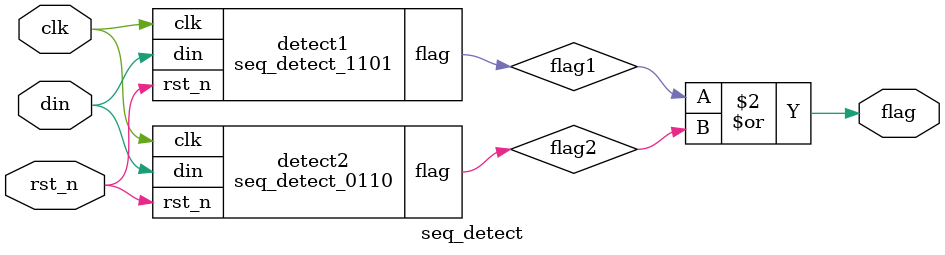
<source format=v>
module seq_detect_1101(output reg flag,
                       input din, clk, rst_n);
    
    localparam IDLE = 5'b0_0001, A = 5'b0_0010, B = 5'b0_0100,
                  C = 5'b0_1000, D = 5'b1_0000;
    reg [4:0] state;
    
    always @(negedge clk) begin
      if (!rst_n) begin 
        flag <= 1'b0; 
        state <= IDLE;
      end
      else begin
        flag <= (state == D)? 1'b1 : 1'b0;
        case (state)
          IDLE:   state <= (din)? A : IDLE;
          A:      state <= (din)? B : IDLE;
          B:      state <= (din)? B : C;
          C:      state <= (din)? D : IDLE;
          D:      state <= (din)? B : IDLE;
          default: state <= IDLE;
        endcase
      end 
    end
         
endmodule

module seq_detect_0110(output reg flag,
                       input din, clk, rst_n);
    
    localparam IDLE = 5'b0_0001, A = 5'b0_0010, B = 5'b0_0100,
                  C = 5'b0_1000, D = 5'b1_0000;
    reg [4:0] state;
    
    always @(negedge clk) begin
      if (!rst_n) begin 
        flag <= 1'b0; 
        state <= IDLE;
      end
      else begin
        flag <= (state == D)? 1'b1: 1'b0;
        case (state)
          IDLE:   state <= (din)? IDLE : A;
          A:      state <= (din)? B : A;
          B:      state <= (din)? C : A;
          C:      state <= (din)? IDLE : D;
          D:      state <= (din)? B : A;
          default: state <= IDLE;
        endcase
      end 
    end
         
endmodule

module seq_detect(output reg flag, 
                  input din, clk, rst_n);
    
    wire flag1, flag2;
    seq_detect_1101 detect1(flag1, din, clk, rst_n);
    seq_detect_0110 detect2(flag2, din, clk, rst_n);
    
    always @(*) begin
      flag = flag1 | flag2;
    end        
endmodule
</source>
